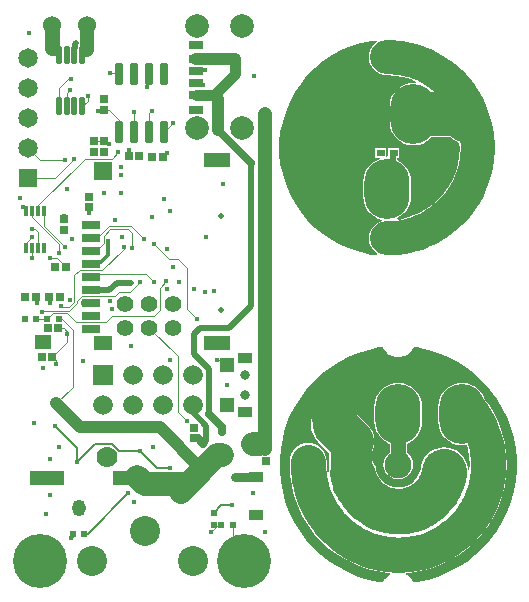
<source format=gtl>
G04*
G04 #@! TF.GenerationSoftware,Altium Limited,Altium Designer,20.0.13 (296)*
G04*
G04 Layer_Physical_Order=1*
G04 Layer_Color=255*
%FSLAX25Y25*%
%MOIN*%
G70*
G01*
G75*
%ADD10R,0.02559X0.02520*%
%ADD11R,0.04803X0.03583*%
%ADD12R,0.02362X0.01968*%
%ADD13R,0.01968X0.02362*%
%ADD14R,0.04724X0.03543*%
%ADD15R,0.05118X0.04724*%
G04:AMPARAMS|DCode=16|XSize=57.09mil|YSize=18.9mil|CornerRadius=2.36mil|HoleSize=0mil|Usage=FLASHONLY|Rotation=270.000|XOffset=0mil|YOffset=0mil|HoleType=Round|Shape=RoundedRectangle|*
%AMROUNDEDRECTD16*
21,1,0.05709,0.01417,0,0,270.0*
21,1,0.05236,0.01890,0,0,270.0*
1,1,0.00472,-0.00709,-0.02618*
1,1,0.00472,-0.00709,0.02618*
1,1,0.00472,0.00709,0.02618*
1,1,0.00472,0.00709,-0.02618*
%
%ADD16ROUNDEDRECTD16*%
%ADD17R,0.02264X0.02441*%
%ADD18R,0.01181X0.03347*%
G04:AMPARAMS|DCode=19|XSize=74.8mil|YSize=23.62mil|CornerRadius=2.95mil|HoleSize=0mil|Usage=FLASHONLY|Rotation=90.000|XOffset=0mil|YOffset=0mil|HoleType=Round|Shape=RoundedRectangle|*
%AMROUNDEDRECTD19*
21,1,0.07480,0.01772,0,0,90.0*
21,1,0.06890,0.02362,0,0,90.0*
1,1,0.00591,0.00886,0.03445*
1,1,0.00591,0.00886,-0.03445*
1,1,0.00591,-0.00886,-0.03445*
1,1,0.00591,-0.00886,0.03445*
%
%ADD19ROUNDEDRECTD19*%
%ADD20R,0.04724X0.02756*%
%ADD21R,0.04724X0.02992*%
%ADD22R,0.04724X0.03150*%
%ADD23R,0.02520X0.02559*%
%ADD24R,0.11420X0.04720*%
%ADD25R,0.06299X0.02756*%
%ADD26R,0.08661X0.04724*%
%ADD27R,0.05906X0.04724*%
%ADD28R,0.05906X0.06299*%
%ADD29C,0.00400*%
%ADD30C,0.04000*%
%ADD31C,0.08000*%
%ADD32C,0.02000*%
%ADD33C,0.02500*%
%ADD34C,0.00800*%
%ADD35C,0.03000*%
%ADD36C,0.01200*%
%ADD37C,0.05000*%
%ADD38C,0.04500*%
%ADD39C,0.03500*%
%ADD40C,0.06500*%
%ADD41C,0.07000*%
%ADD42C,0.11200*%
%ADD43O,0.15000X0.20000*%
%ADD44R,0.02756X0.02362*%
%ADD45C,0.14575*%
%ADD46C,0.15000*%
%ADD47C,0.11500*%
%ADD48C,0.01000*%
%ADD49C,0.13500*%
%ADD50O,0.04500X0.05500*%
%ADD51C,0.07000*%
%ADD52C,0.03150*%
%ADD53C,0.06000*%
%ADD54C,0.05512*%
%ADD55R,0.05300X0.04800*%
%ADD56R,0.06496X0.06496*%
%ADD57C,0.06496*%
%ADD58R,0.06555X0.06555*%
%ADD59C,0.06555*%
%ADD60C,0.07874*%
%ADD61C,0.18000*%
%ADD62C,0.10000*%
%ADD63C,0.01968*%
%ADD64C,0.01772*%
%ADD65C,0.09000*%
G36*
X643595Y578366D02*
X643510Y578321D01*
X642596Y577571D01*
X641846Y576657D01*
X641289Y575615D01*
X640946Y574484D01*
X640830Y573308D01*
X640946Y572131D01*
X641289Y571000D01*
X641846Y569958D01*
X642596Y569044D01*
X643510Y568295D01*
X644552Y567737D01*
X645683Y567394D01*
X646859Y567278D01*
Y567278D01*
X646876Y567295D01*
X649567Y567143D01*
X652242Y566689D01*
X654848Y565938D01*
X656597Y565214D01*
X656475Y564723D01*
X655621Y564807D01*
X654073Y564655D01*
X652584Y564203D01*
X651211Y563469D01*
X650008Y562482D01*
X649021Y561279D01*
X648287Y559907D01*
X647836Y558418D01*
X647683Y556869D01*
Y551869D01*
X647836Y550320D01*
X648287Y548831D01*
X649021Y547459D01*
X650008Y546256D01*
X651211Y545269D01*
X652584Y544535D01*
X654073Y544083D01*
X655621Y543931D01*
X657170Y544083D01*
X658659Y544535D01*
X660032Y545269D01*
X661235Y546256D01*
X661553Y546644D01*
X667977D01*
X669101Y545722D01*
X670436Y545008D01*
X670949Y544853D01*
X671047Y543108D01*
X670895Y540399D01*
X670441Y537725D01*
X669690Y535119D01*
X668652Y532613D01*
X667340Y530239D01*
X665770Y528026D01*
X663963Y526004D01*
X661940Y524196D01*
X659728Y522627D01*
X657354Y521315D01*
X654848Y520277D01*
X652242Y519526D01*
X650334Y519202D01*
X650170Y519681D01*
X651269Y520269D01*
X652472Y521256D01*
X653460Y522459D01*
X654193Y523831D01*
X654645Y525320D01*
X654797Y526869D01*
Y531869D01*
X654645Y533418D01*
X654193Y534907D01*
X653460Y536279D01*
X652472Y537482D01*
X651269Y538470D01*
X650074Y539108D01*
Y539877D01*
X650802D01*
Y543039D01*
X647247D01*
Y541415D01*
X647219Y541277D01*
X647219Y541277D01*
Y540635D01*
X646719Y540176D01*
X646538Y540192D01*
X646472Y540272D01*
Y543039D01*
X642916D01*
Y539877D01*
X644321D01*
X644395Y539377D01*
X643821Y539203D01*
X642449Y538470D01*
X641246Y537482D01*
X640259Y536279D01*
X639525Y534907D01*
X639073Y533418D01*
X638921Y531869D01*
Y526869D01*
X639073Y525320D01*
X639525Y523831D01*
X640259Y522459D01*
X641246Y521256D01*
X642449Y520269D01*
X643821Y519535D01*
X645068Y519157D01*
Y518634D01*
X644552Y518478D01*
X643510Y517920D01*
X642596Y517171D01*
X641846Y516257D01*
X641289Y515215D01*
X640946Y514084D01*
X640830Y512908D01*
X640946Y511731D01*
X641289Y510600D01*
X641846Y509558D01*
X642596Y508644D01*
X643510Y507895D01*
X643599Y507846D01*
X643451Y507359D01*
X641584Y507543D01*
X638123Y508231D01*
X634747Y509255D01*
X631487Y510605D01*
X628375Y512269D01*
X625442Y514229D01*
X622714Y516467D01*
X620220Y518962D01*
X617981Y521689D01*
X616021Y524623D01*
X614358Y527735D01*
X613008Y530994D01*
X611983Y534371D01*
X611295Y537831D01*
X610949Y541342D01*
Y544871D01*
X611295Y548382D01*
X611983Y551842D01*
X613008Y555219D01*
X614358Y558479D01*
X616021Y561590D01*
X617981Y564524D01*
X620220Y567251D01*
X622714Y569746D01*
X625442Y571984D01*
X628375Y573945D01*
X631487Y575608D01*
X634747Y576958D01*
X638123Y577982D01*
X641584Y578671D01*
X643447Y578854D01*
X643595Y578366D01*
D02*
G37*
G36*
X656912Y476569D02*
X660434Y475830D01*
X663874Y474774D01*
X667204Y473409D01*
X670396Y471748D01*
X673424Y469804D01*
X676264Y467594D01*
X678890Y465134D01*
X681283Y462446D01*
X683422Y459552D01*
X685289Y456476D01*
X686869Y453243D01*
X688149Y449880D01*
X689119Y446414D01*
X689769Y442875D01*
X690096Y439291D01*
Y435693D01*
X689769Y432109D01*
X689119Y428570D01*
X688149Y425104D01*
X686869Y421741D01*
X685289Y418508D01*
X683422Y415432D01*
X681283Y412538D01*
X678890Y409850D01*
X676264Y407391D01*
X673424Y405180D01*
X670396Y403236D01*
X667204Y401575D01*
X663874Y400211D01*
X660433Y399154D01*
X656912Y398415D01*
X655730Y398277D01*
X655725Y398292D01*
X655209Y399177D01*
X655154Y399240D01*
X655110Y399312D01*
X654422Y400072D01*
X654355Y400122D01*
X654298Y400183D01*
X653467Y400783D01*
X653391Y400818D01*
X653322Y400867D01*
X653185Y400928D01*
X653279Y401433D01*
X654092Y401473D01*
X657606Y401994D01*
X661051Y402857D01*
X664395Y404053D01*
X667606Y405572D01*
X670653Y407398D01*
X673505Y409514D01*
X676137Y411899D01*
X678523Y414531D01*
X680638Y417384D01*
X682465Y420431D01*
X683983Y423641D01*
X685180Y426986D01*
X686043Y430431D01*
X686564Y433945D01*
X686738Y437492D01*
X686564Y441040D01*
X686043Y444553D01*
X685180Y447999D01*
X683983Y451343D01*
X682465Y454554D01*
X680638Y457600D01*
X679447Y459207D01*
X679230Y459922D01*
X678496Y461295D01*
X677509Y462497D01*
X676306Y463485D01*
X674933Y464218D01*
X673444Y464670D01*
X671896Y464822D01*
X670347Y464670D01*
X668858Y464218D01*
X667486Y463485D01*
X666283Y462497D01*
X665295Y461295D01*
X664562Y459922D01*
X664110Y458433D01*
X663958Y456884D01*
Y451884D01*
X664110Y450336D01*
X664562Y448846D01*
X665295Y447474D01*
X666283Y446271D01*
X667486Y445284D01*
X668858Y444550D01*
X670347Y444099D01*
X671896Y443946D01*
X673410Y444095D01*
X673784Y442796D01*
X674232Y440161D01*
X674382Y437492D01*
X674288Y435810D01*
X673786Y435799D01*
X673679Y436884D01*
X673228Y438373D01*
X672494Y439745D01*
X671507Y440948D01*
X670304Y441935D01*
X668931Y442669D01*
X667442Y443121D01*
X665894Y443273D01*
X664345Y443121D01*
X662856Y442669D01*
X661483Y441935D01*
X660281Y440948D01*
X659293Y439745D01*
X658560Y438373D01*
X658120Y436922D01*
X658108Y436884D01*
X658028Y436440D01*
X657966Y435947D01*
X657554Y434589D01*
X656852Y433277D01*
X655909Y432128D01*
X654759Y431184D01*
X653448Y430483D01*
X652025Y430051D01*
X650545Y429906D01*
X649064Y430051D01*
X647641Y430483D01*
X646330Y431184D01*
X645180Y432128D01*
X644237Y433277D01*
X643536Y434589D01*
X643198Y435700D01*
X643088Y436177D01*
X643066Y436349D01*
X642974Y436652D01*
X642614Y437838D01*
X641880Y439211D01*
X641850Y439248D01*
Y442067D01*
X641999Y442346D01*
X642451Y443836D01*
X642603Y445384D01*
X642451Y446933D01*
X641999Y448422D01*
X641266Y449794D01*
X640278Y450997D01*
X634951Y456325D01*
X633748Y457312D01*
X632375Y458046D01*
X630886Y458497D01*
X629338Y458650D01*
X627789Y458497D01*
X626300Y458046D01*
X624928Y457312D01*
X623725Y456325D01*
X622737Y455122D01*
X622004Y453750D01*
X621552Y452260D01*
X621399Y450712D01*
X621552Y449163D01*
X622004Y447674D01*
X622737Y446302D01*
X623725Y445099D01*
X627481Y441342D01*
Y436210D01*
X627353Y434912D01*
X626851Y434922D01*
X626707Y437492D01*
X626754Y438323D01*
X626754Y438323D01*
X626743Y438539D01*
X626717Y438802D01*
X626717Y438802D01*
X626715Y438819D01*
X626624Y439745D01*
X626272Y440904D01*
X625701Y441972D01*
X624933Y442909D01*
X623996Y443677D01*
X622928Y444248D01*
X621768Y444600D01*
X620563Y444719D01*
X619357Y444600D01*
X618198Y444248D01*
X617130Y443677D01*
X616193Y442909D01*
X615424Y441972D01*
X614853Y440904D01*
X614502Y439745D01*
X614404Y438754D01*
X614404D01*
X614412Y438745D01*
X614351Y437492D01*
X614525Y433945D01*
X615046Y430431D01*
X615909Y426986D01*
X617106Y423641D01*
X618625Y420431D01*
X620451Y417384D01*
X622567Y414531D01*
X624952Y411899D01*
X627584Y409514D01*
X630437Y407398D01*
X633483Y405572D01*
X636694Y404053D01*
X640038Y402857D01*
X643483Y401994D01*
X646997Y401473D01*
X647810Y401433D01*
X647904Y400928D01*
X647767Y400867D01*
X647698Y400818D01*
X647622Y400783D01*
X646792Y400183D01*
X646734Y400122D01*
X646667Y400072D01*
X645979Y399312D01*
X645936Y399240D01*
X645880Y399177D01*
X645364Y398292D01*
X645359Y398277D01*
X644177Y398415D01*
X640656Y399154D01*
X637216Y400211D01*
X633886Y401575D01*
X630693Y403236D01*
X627665Y405180D01*
X624826Y407391D01*
X622199Y409850D01*
X619806Y412538D01*
X617667Y415432D01*
X615800Y418508D01*
X614220Y421741D01*
X612940Y425104D01*
X611971Y428570D01*
X611320Y432109D01*
X610993Y435693D01*
Y439291D01*
X611320Y442875D01*
X611971Y446414D01*
X612940Y449880D01*
X614220Y453243D01*
X615800Y456476D01*
X617667Y459552D01*
X619806Y462446D01*
X622199Y465134D01*
X624826Y467594D01*
X627665Y469804D01*
X630693Y471748D01*
X633886Y473409D01*
X637216Y474774D01*
X640656Y475830D01*
X644177Y476569D01*
X645359Y476707D01*
X645364Y476693D01*
X645880Y475807D01*
X645936Y475744D01*
X645979Y475672D01*
X646667Y474913D01*
X646734Y474863D01*
X646792Y474801D01*
X647622Y474201D01*
X647698Y474166D01*
X647767Y474117D01*
X648704Y473702D01*
X648786Y473684D01*
X648863Y473651D01*
X649866Y473438D01*
X649950Y473437D01*
X650032Y473421D01*
X651057D01*
X651139Y473437D01*
X651223Y473438D01*
X652226Y473651D01*
X652303Y473684D01*
X652385Y473702D01*
X653322Y474117D01*
X653391Y474166D01*
X653467Y474201D01*
X654298Y474801D01*
X654355Y474863D01*
X654422Y474913D01*
X655110Y475672D01*
X655154Y475744D01*
X655209Y475807D01*
X655725Y476693D01*
X655730Y476707D01*
X656912Y476569D01*
D02*
G37*
%LPC*%
G36*
X650565Y464822D02*
X649017Y464670D01*
X647527Y464218D01*
X646155Y463485D01*
X644952Y462497D01*
X643965Y461295D01*
X643231Y459922D01*
X642779Y458433D01*
X642627Y456884D01*
Y451884D01*
X642779Y450336D01*
X643231Y448846D01*
X643965Y447474D01*
X644952Y446271D01*
X646155Y445284D01*
X647527Y444550D01*
X647640Y444516D01*
Y441445D01*
X647071Y441008D01*
X646285Y439984D01*
X645791Y438792D01*
X645623Y437513D01*
X645791Y436234D01*
X646285Y435042D01*
X647071Y434018D01*
X648094Y433233D01*
X649286Y432739D01*
X650565Y432571D01*
X651844Y432739D01*
X653036Y433233D01*
X654060Y434018D01*
X654845Y435042D01*
X655339Y436234D01*
X655508Y437513D01*
X655339Y438792D01*
X654845Y439984D01*
X654060Y441008D01*
X653490Y441445D01*
Y444516D01*
X653603Y444550D01*
X654976Y445284D01*
X656178Y446271D01*
X657166Y447474D01*
X657899Y448846D01*
X658351Y450336D01*
X658503Y451884D01*
Y456884D01*
X658351Y458433D01*
X657899Y459922D01*
X657166Y461295D01*
X656178Y462497D01*
X654976Y463485D01*
X653603Y464218D01*
X652114Y464670D01*
X650565Y464822D01*
D02*
G37*
%LPD*%
D10*
X537772Y493500D02*
D03*
X534228D02*
D03*
X529772D02*
D03*
X526228D02*
D03*
X537272Y483000D02*
D03*
X533728D02*
D03*
X539772Y503500D02*
D03*
X536228D02*
D03*
X531728Y473500D02*
D03*
X535272D02*
D03*
X564272Y540500D02*
D03*
X560728D02*
D03*
X568457Y540000D02*
D03*
X572000D02*
D03*
D11*
X603000Y433500D02*
D03*
Y420626D02*
D03*
D12*
X542000Y414500D02*
D03*
X545937Y414500D02*
D03*
X591532Y417500D02*
D03*
X595469D02*
D03*
X529937Y486000D02*
D03*
X526000D02*
D03*
X533532Y486000D02*
D03*
X537468D02*
D03*
D13*
X589000Y417531D02*
D03*
Y421468D02*
D03*
D14*
X599551Y473055D02*
D03*
Y454945D02*
D03*
D15*
X593449Y470594D02*
D03*
Y457405D02*
D03*
D16*
X537441Y574000D02*
D03*
X540000D02*
D03*
X542559D02*
D03*
X545118D02*
D03*
Y556992D02*
D03*
X542559D02*
D03*
X540000D02*
D03*
X537441D02*
D03*
D17*
X601177Y444500D02*
D03*
X591823Y440760D02*
D03*
Y448240D02*
D03*
D18*
X526547Y522201D02*
D03*
X528516D02*
D03*
X530484D02*
D03*
X532453D02*
D03*
Y509799D02*
D03*
X530484D02*
D03*
X528516D02*
D03*
X526547D02*
D03*
D19*
X557500Y567665D02*
D03*
X562500D02*
D03*
X567500D02*
D03*
X572500D02*
D03*
Y548335D02*
D03*
X567500D02*
D03*
X562500D02*
D03*
X557500D02*
D03*
D20*
X583000Y564705D02*
D03*
Y568642D02*
D03*
D21*
Y572657D02*
D03*
Y560689D02*
D03*
D22*
Y577500D02*
D03*
Y555847D02*
D03*
D23*
X582500Y446228D02*
D03*
Y449772D02*
D03*
X606500Y442272D02*
D03*
Y438728D02*
D03*
X552500Y559272D02*
D03*
Y555728D02*
D03*
X549000Y545272D02*
D03*
Y541728D02*
D03*
X547500Y526772D02*
D03*
Y523228D02*
D03*
X552500Y545272D02*
D03*
Y541728D02*
D03*
X539000Y515728D02*
D03*
Y519272D02*
D03*
D24*
X533500Y433000D02*
D03*
X561060D02*
D03*
D25*
X548268Y482701D02*
D03*
Y487032D02*
D03*
Y491362D02*
D03*
Y495693D02*
D03*
Y500024D02*
D03*
Y504354D02*
D03*
Y508685D02*
D03*
Y513016D02*
D03*
Y517346D02*
D03*
D26*
X590000Y539000D02*
D03*
Y477976D02*
D03*
D27*
X552205D02*
D03*
D28*
Y535457D02*
D03*
D29*
X528500Y516000D02*
X529500D01*
X526547Y511547D02*
X528500Y513500D01*
X529500Y516000D02*
X530484Y515016D01*
X526547Y509799D02*
Y511547D01*
X560728Y540500D02*
Y542272D01*
X530484Y523984D02*
X545981Y539481D01*
X554981D02*
X557111Y541612D01*
X545981Y539481D02*
X554981D01*
X536000Y533000D02*
X542500Y539500D01*
X539000Y520272D02*
X540000Y519272D01*
X539000Y483000D02*
X540500Y481500D01*
X587968Y415000D02*
X590469Y417500D01*
X537414Y489914D02*
X540914D01*
X569000Y511000D02*
X574000Y506000D01*
X577000D01*
X580000Y503000D01*
Y489500D02*
Y503000D01*
Y489500D02*
X583500Y486000D01*
X561000Y495000D02*
X564500Y498500D01*
X557500Y495000D02*
X561000D01*
X556086Y493586D02*
X557500Y495000D01*
X545086Y493586D02*
X556086D01*
X582500Y446228D02*
X583772D01*
X582000Y455000D02*
Y457500D01*
X536500Y458000D02*
X542000Y463500D01*
Y482500D01*
X538500Y486000D02*
X542000Y482500D01*
X537468Y486000D02*
X538500D01*
X543500Y492000D02*
X545086Y493586D01*
X543500Y491369D02*
Y492000D01*
X566500Y501000D02*
X569000Y498500D01*
X549244Y501000D02*
X566500D01*
X548268Y500024D02*
X549244Y501000D01*
X544376Y502376D02*
X551876D01*
X542586Y500586D02*
X544376Y502376D01*
X551876D02*
X559000Y509500D01*
X542586Y491586D02*
Y500586D01*
X540931Y488800D02*
X543500Y491369D01*
X532205Y488800D02*
X540931D01*
X531734Y488328D02*
X532205Y488800D01*
X540000Y488000D02*
X543000Y485000D01*
X535532Y488000D02*
X540000D01*
X533532Y486000D02*
X535532Y488000D01*
X531734Y488234D02*
Y488328D01*
X537414Y489914D02*
X538000Y490500D01*
X534228Y491772D02*
X534500Y491500D01*
X529772Y491728D02*
X530000Y491500D01*
X559000Y509500D02*
Y510000D01*
X540914Y489914D02*
X542586Y491586D01*
X534228Y491772D02*
Y493500D01*
X529772Y491728D02*
Y493500D01*
X555000Y487000D02*
X569000D01*
X553000Y485000D02*
X555000Y487000D01*
X543000Y485000D02*
X553000D01*
X569000Y487000D02*
X571000Y489000D01*
Y496500D01*
X573086Y498586D01*
X548913Y505000D02*
X551500D01*
X548268Y504354D02*
X548913Y505000D01*
X552371Y513871D02*
X554500Y516000D01*
X552371Y511371D02*
Y513871D01*
X549685Y508685D02*
X552371Y511371D01*
X561685Y509685D02*
Y514815D01*
X560500Y516000D02*
X561685Y514815D01*
X554500Y516000D02*
X560500D01*
X548268Y508685D02*
X549685D01*
X561535Y517000D02*
X565768Y512768D01*
X554000Y517000D02*
X561535D01*
X550016Y513016D02*
X554000Y517000D01*
X548268Y513016D02*
X550016D01*
X562500Y548335D02*
Y555000D01*
X550500Y555500D02*
X550728Y555728D01*
X552500D01*
X540500Y566000D02*
X541500D01*
X537441Y562941D02*
X540500Y566000D01*
X537441Y556992D02*
Y562941D01*
X540000Y561500D02*
X541000Y562500D01*
X557165Y568000D02*
X557500Y567665D01*
X554500Y568000D02*
X557165D01*
X540000Y556992D02*
Y561500D01*
X545118Y556992D02*
X547000Y558874D01*
Y560500D01*
X572000Y540000D02*
X573500Y541500D01*
X530484Y522201D02*
Y523984D01*
X547500Y521500D02*
Y523228D01*
X525500Y523248D02*
X526547Y522201D01*
X567500Y483063D02*
X577000Y473563D01*
Y455000D02*
Y473563D01*
Y455000D02*
X580000Y452000D01*
X537500Y508000D02*
Y511000D01*
X528516Y519984D02*
X537500Y511000D01*
X532453Y517179D02*
X539500Y510131D01*
X532453Y517179D02*
Y522201D01*
X528516Y519984D02*
Y522201D01*
X591543Y472500D02*
X593449Y470594D01*
X590000Y472500D02*
X591543D01*
X552500Y555728D02*
X554000D01*
X534554Y506414D02*
X536858D01*
X534500Y506468D02*
X534554Y506414D01*
X536858D02*
X539772Y503500D01*
X528516Y506516D02*
Y509799D01*
X530484D02*
Y515016D01*
X531000Y539000D02*
X539500D01*
X527000Y543000D02*
X531000Y539000D01*
X527000Y533000D02*
X536000D01*
X572500Y548335D02*
X575500Y551335D01*
X567500Y548335D02*
Y554563D01*
X568469Y555532D01*
X567500Y564272D02*
Y567665D01*
X566728Y563500D02*
X567500Y564272D01*
X549000Y545272D02*
X552500D01*
X553272Y544500D01*
X554000D01*
X540011Y478240D02*
Y481011D01*
X535272Y473500D02*
X540011Y478240D01*
X606000Y442772D02*
X606500Y442272D01*
X604272Y444500D02*
X606000Y442772D01*
X585500Y564000D02*
X585500Y564000D01*
X583000Y568642D02*
X583358Y569000D01*
X586031D01*
X545362Y491362D02*
X548268D01*
X540011Y481011D02*
X540500Y481500D01*
X537272Y483000D02*
X539000D01*
X533532Y486000D02*
X533532Y486000D01*
X529937Y486000D02*
X533532D01*
X536500Y471000D02*
Y472272D01*
X535272Y473500D02*
X536500Y472272D01*
X557500Y548335D02*
Y552228D01*
X554000Y555728D02*
X557500Y552228D01*
X590469Y417500D02*
X591532D01*
X595469Y409031D02*
Y417500D01*
D30*
X559506Y433498D02*
X563498D01*
X590500Y549000D02*
Y559378D01*
X583000Y572657D02*
X596158D01*
X536500Y458000D02*
X544500Y450000D01*
X571000D01*
X585250Y435750D01*
D31*
X565996Y431000D02*
X578000D01*
X602000Y444500D02*
X604272D01*
X590260Y440760D02*
X591823D01*
X585250Y435750D02*
X590260Y440760D01*
X578000Y428500D02*
X585250Y435750D01*
X563498Y433498D02*
X565996Y431000D01*
D32*
X556700Y498200D02*
X561500D01*
X554193Y495693D02*
X556700Y498200D01*
X548268Y495693D02*
X554193D01*
X582000Y455000D02*
X586500Y450500D01*
Y445500D02*
Y450500D01*
X585500Y444500D02*
X586500Y445500D01*
X587500Y454500D02*
Y469500D01*
X535000Y576441D02*
X537441Y574000D01*
X545118D02*
X546811Y575693D01*
X601500Y508000D02*
Y538000D01*
X589189Y560689D02*
X590500Y559378D01*
X594000Y483000D02*
X601500Y490500D01*
Y508000D01*
X584500Y483000D02*
X594000D01*
X582500Y481000D02*
X584500Y483000D01*
X582500Y474500D02*
Y481000D01*
Y474500D02*
X587500Y469500D01*
X542773Y576500D02*
Y577773D01*
X543000Y578000D01*
X646859Y529369D02*
X648646Y531156D01*
Y541277D01*
X648828Y541458D01*
X649024D01*
D33*
X583772Y446228D02*
X585500Y444500D01*
X591823Y448240D02*
Y450177D01*
X587500Y454500D02*
X591823Y450177D01*
X590500Y549000D02*
X601500Y538000D01*
D34*
X542000Y413500D02*
Y414500D01*
X541500Y413000D02*
X542000Y413500D01*
X564500Y442000D02*
X570000Y436500D01*
X557479Y442000D02*
X564500D01*
X591532Y424000D02*
X595000D01*
X589000Y421468D02*
X591532Y424000D01*
X570000Y436500D02*
X574500D01*
X543500Y438500D02*
Y443000D01*
X536000Y450500D02*
X543500Y443000D01*
X555155Y444324D02*
X557479Y442000D01*
X549324Y444324D02*
X555155D01*
X543500Y438500D02*
X549324Y444324D01*
X545937Y414500D02*
X547000D01*
X560500Y428000D01*
D35*
X596000Y433500D02*
X603000D01*
D36*
X553957Y507457D02*
Y511957D01*
X551500Y505000D02*
X553957Y507457D01*
D37*
X535000Y576441D02*
Y584000D01*
X650565Y437513D02*
Y454384D01*
D38*
X546811Y575693D02*
Y584000D01*
X606000Y442772D02*
Y554500D01*
D39*
X583000Y560689D02*
X589000D01*
X596158Y567658D02*
Y572657D01*
X589189Y560689D02*
X596158Y567658D01*
D40*
X595469Y409031D02*
X599000Y405500D01*
D41*
X578000Y428500D02*
Y431000D01*
D42*
X646859Y512908D02*
X647858Y512924D01*
X648855Y512973D01*
X649850Y513056D01*
X650842Y513171D01*
X651830Y513319D01*
X652812Y513500D01*
X653788Y513713D01*
X654756Y513958D01*
X655715Y514235D01*
X656665Y514544D01*
X657604Y514884D01*
X658532Y515254D01*
X659446Y515656D01*
X660347Y516087D01*
X661233Y516547D01*
X662103Y517037D01*
X662957Y517556D01*
X663793Y518102D01*
X664610Y518675D01*
X665408Y519276D01*
X666186Y519902D01*
X666943Y520554D01*
X667678Y521230D01*
X668390Y521930D01*
X669078Y522654D01*
X669742Y523399D01*
X670381Y524167D01*
X670995Y524955D01*
X671582Y525763D01*
X672142Y526590D01*
X672674Y527435D01*
X673178Y528297D01*
X673653Y529175D01*
X674099Y530069D01*
X674515Y530976D01*
X674901Y531897D01*
X675257Y532831D01*
X675581Y533775D01*
X675874Y534730D01*
X676135Y535694D01*
X676364Y536666D01*
X676561Y537645D01*
X676725Y538630D01*
X676857Y539620D01*
X676956Y540614D01*
X677022Y541610D01*
X677055Y542608D01*
X677055Y543607D01*
X677022Y544605D01*
X676956Y545602D01*
X676857Y546595D01*
X676725Y547585D01*
X676561Y548570D01*
X676364Y549549D01*
X676135Y550521D01*
X675874Y551485D01*
X675581Y552440D01*
X675257Y553385D01*
X674901Y554318D01*
X674515Y555239D01*
X674099Y556147D01*
X673653Y557040D01*
X673178Y557919D01*
X672674Y558781D01*
X672141Y559626D01*
X671581Y560453D01*
X670994Y561260D01*
X670381Y562048D01*
X669742Y562816D01*
X669078Y563562D01*
X668389Y564285D01*
X667677Y564985D01*
X666943Y565662D01*
X666186Y566313D01*
X665408Y566940D01*
X664610Y567540D01*
X663793Y568114D01*
X662956Y568660D01*
X662103Y569178D01*
X661232Y569668D01*
X660346Y570128D01*
X659446Y570560D01*
X658531Y570961D01*
X657604Y571332D01*
X656665Y571671D01*
X655715Y571980D01*
X654755Y572257D01*
X653787Y572502D01*
X652812Y572715D01*
X651829Y572896D01*
X650842Y573044D01*
X649850Y573159D01*
X648855Y573242D01*
X647857Y573291D01*
X646859Y573308D01*
D43*
X638121Y554369D02*
D03*
X646859Y529369D02*
D03*
X655621Y554369D02*
D03*
X629338Y454384D02*
D03*
X671896D02*
D03*
X650565D02*
D03*
D44*
X649024Y541458D02*
D03*
X644694D02*
D03*
D45*
X655621Y554369D02*
X671168D01*
X673392Y552145D01*
X655621Y554369D02*
Y554812D01*
X655818Y555008D01*
D46*
X635280Y434800D02*
X635484Y433826D01*
X635751Y432866D01*
X636079Y431926D01*
X636466Y431008D01*
X636911Y430118D01*
X637413Y429257D01*
X637969Y428431D01*
X638577Y427642D01*
X639234Y426894D01*
X639938Y426190D01*
X640685Y425532D01*
X641474Y424924D01*
X642300Y424367D01*
X643159Y423865D01*
X644050Y423418D01*
X644967Y423030D01*
X645907Y422702D01*
X646866Y422435D01*
X647841Y422230D01*
X648827Y422088D01*
X649819Y422009D01*
X650815Y421994D01*
X651810Y422044D01*
X652799Y422157D01*
X653779Y422333D01*
X654746Y422572D01*
X655695Y422873D01*
X656624Y423234D01*
X657527Y423654D01*
X658401Y424131D01*
X659243Y424663D01*
X660048Y425248D01*
X660815Y425883D01*
X661540Y426567D01*
X662218Y427295D01*
X662849Y428066D01*
X663429Y428876D01*
X663956Y429721D01*
X664427Y430598D01*
X664841Y431504D01*
X665196Y432434D01*
X665491Y433386D01*
X665724Y434354D01*
X665894Y435335D01*
X629338Y450712D02*
X634665Y445384D01*
D47*
X620563Y438539D02*
X620545Y437537D01*
X620560Y436535D01*
X620609Y435534D01*
X620691Y434536D01*
X620806Y433540D01*
X620955Y432550D01*
X621136Y431564D01*
X621350Y430585D01*
X621597Y429614D01*
X621877Y428652D01*
X622188Y427700D01*
X622531Y426758D01*
X622905Y425828D01*
X623310Y424912D01*
X623745Y424009D01*
X624210Y423122D01*
X624705Y422250D01*
X625228Y421396D01*
X625780Y420560D01*
X626359Y419742D01*
X626966Y418944D01*
X627598Y418167D01*
X628256Y417412D01*
X628939Y416678D01*
X629646Y415969D01*
X630377Y415282D01*
X631130Y414621D01*
X631904Y413986D01*
X632700Y413376D01*
X633515Y412794D01*
X634349Y412239D01*
X635202Y411712D01*
X636071Y411214D01*
X636957Y410746D01*
X637858Y410307D01*
X638773Y409898D01*
X639701Y409520D01*
X640641Y409174D01*
X641592Y408859D01*
X642553Y408576D01*
X643524Y408325D01*
X644501Y408107D01*
X645486Y407922D01*
X646477Y407769D01*
X647471Y407650D01*
X648470Y407564D01*
X649470Y407511D01*
X650472Y407492D01*
X651474Y407507D01*
X652475Y407554D01*
X653474Y407635D01*
X654469Y407750D01*
X655460Y407898D01*
X656446Y408078D01*
X657425Y408292D01*
X658396Y408538D01*
X659359Y408816D01*
X660311Y409127D01*
X661253Y409469D01*
X662183Y409842D01*
X663100Y410246D01*
X664003Y410680D01*
X664891Y411145D01*
X665763Y411638D01*
X666618Y412161D01*
X667455Y412712D01*
X668273Y413291D01*
X669071Y413896D01*
X669849Y414528D01*
X670605Y415185D01*
X671339Y415868D01*
X672049Y416574D01*
X672736Y417304D01*
X673398Y418057D01*
X674034Y418831D01*
X674644Y419626D01*
X675227Y420440D01*
X675783Y421274D01*
X676310Y422126D01*
X676809Y422995D01*
X677279Y423880D01*
X677718Y424781D01*
X678128Y425695D01*
X678506Y426623D01*
X678854Y427563D01*
X679170Y428514D01*
X679453Y429475D01*
X679705Y430445D01*
X679924Y431422D01*
X680110Y432407D01*
X680264Y433397D01*
X680384Y434392D01*
X680471Y435390D01*
X680524Y436391D01*
X680544Y437393D01*
X680531Y438394D01*
X680484Y439395D01*
X680404Y440394D01*
X680290Y441390D01*
X680143Y442381D01*
X679964Y443367D01*
X679751Y444346D01*
X679506Y445317D01*
X679228Y446280D01*
X678919Y447233D01*
X678578Y448175D01*
X678205Y449106D01*
X677802Y450023D01*
X677368Y450926D01*
X676905Y451815D01*
X676412Y452687D01*
X675890Y453542D01*
X675340Y454380D01*
X674762Y455198D01*
X674157Y455997D01*
X673526Y456776D01*
D48*
X634665Y435415D02*
X635280Y434800D01*
X629338Y450712D02*
Y454384D01*
X650545Y437492D02*
X650565Y437513D01*
D49*
X634665Y435415D02*
Y445384D01*
D50*
X544000Y423000D02*
D03*
D51*
X553374Y440024D02*
D03*
D52*
X599551Y467346D02*
D03*
Y460654D02*
D03*
D53*
X546811Y584000D02*
D03*
X535000D02*
D03*
D54*
X559626Y483126D02*
D03*
X567500Y483063D02*
D03*
X575374D02*
D03*
Y491000D02*
D03*
X567500D02*
D03*
X559626D02*
D03*
D55*
X532000Y478500D02*
D03*
D56*
X527000Y533000D02*
D03*
D57*
Y543000D02*
D03*
Y553000D02*
D03*
Y563000D02*
D03*
Y573000D02*
D03*
D58*
X552000Y467500D02*
D03*
D59*
X562000D02*
D03*
X572000D02*
D03*
X582000D02*
D03*
X552000Y457500D02*
D03*
X562000D02*
D03*
X572000D02*
D03*
X582000D02*
D03*
D60*
X598551Y549665D02*
D03*
Y583681D02*
D03*
X583591D02*
D03*
Y549665D02*
D03*
D61*
X599000Y405500D02*
D03*
X531000D02*
D03*
D62*
X566000Y415500D02*
D03*
X548500Y405500D02*
D03*
X582000D02*
D03*
D63*
X591575Y489000D02*
D03*
Y520496D02*
D03*
D64*
X539963Y529537D02*
D03*
X528500Y516000D02*
D03*
Y513500D02*
D03*
X558251Y534056D02*
D03*
X558231Y536830D02*
D03*
X560728Y542272D02*
D03*
X557111Y541612D02*
D03*
X558500Y513500D02*
D03*
X532000Y469586D02*
D03*
X552500Y528000D02*
D03*
X573500Y509500D02*
D03*
X569000Y511000D02*
D03*
X583500Y486000D02*
D03*
X602134Y428134D02*
D03*
X561500Y498200D02*
D03*
X527500Y581500D02*
D03*
X602500Y567000D02*
D03*
X558000Y528000D02*
D03*
X592000Y531000D02*
D03*
X593500Y464000D02*
D03*
X606000Y415000D02*
D03*
X529000Y451500D02*
D03*
X545500Y472000D02*
D03*
X586500Y513500D02*
D03*
X575500Y503500D02*
D03*
X524500Y526500D02*
D03*
X574500Y472500D02*
D03*
X541500Y413000D02*
D03*
X533000Y421000D02*
D03*
X534500Y427500D02*
D03*
Y439500D02*
D03*
X574532Y522031D02*
D03*
X596000Y433500D02*
D03*
X564500Y498500D02*
D03*
X531734Y488328D02*
D03*
X538000Y490500D02*
D03*
X534500Y491500D02*
D03*
X530000D02*
D03*
X559000Y510000D02*
D03*
X541000Y492531D02*
D03*
X554500Y492000D02*
D03*
X555000Y489500D02*
D03*
X561531Y476968D02*
D03*
X569000Y498500D02*
D03*
X553957Y511957D02*
D03*
X561685Y509685D02*
D03*
X565768Y512768D02*
D03*
X568469Y520031D02*
D03*
X562500Y555000D02*
D03*
X550500Y555500D02*
D03*
X541500Y566000D02*
D03*
X541000Y562500D02*
D03*
X554500Y568000D02*
D03*
X547000Y560500D02*
D03*
X573500Y541500D02*
D03*
X573086Y498586D02*
D03*
X572532Y525969D02*
D03*
X586000Y495000D02*
D03*
X589000Y495500D02*
D03*
X573500Y496000D02*
D03*
X547500Y521500D02*
D03*
X525500Y523248D02*
D03*
X541926Y512574D02*
D03*
X580000Y452000D02*
D03*
X539500Y510131D02*
D03*
X590000Y472500D02*
D03*
X537500Y508000D02*
D03*
X534500Y506468D02*
D03*
X528516Y506516D02*
D03*
X542500Y539500D02*
D03*
X539500Y539000D02*
D03*
X575500Y551335D02*
D03*
X568469Y555532D02*
D03*
X566728Y563500D02*
D03*
X554000Y544500D02*
D03*
X568838Y443500D02*
D03*
X564500Y442000D02*
D03*
X602000Y442500D02*
D03*
X606000Y554500D02*
D03*
X596158Y572657D02*
D03*
X585500Y564000D02*
D03*
X586031Y569000D02*
D03*
X577500Y498500D02*
D03*
X582500Y496000D02*
D03*
X545362Y491362D02*
D03*
X540011Y481011D02*
D03*
X556000Y519000D02*
D03*
X562532Y425000D02*
D03*
X536500Y471000D02*
D03*
X539000Y520272D02*
D03*
X585500Y444500D02*
D03*
X601500Y508000D02*
D03*
X595000Y424000D02*
D03*
X587968Y415000D02*
D03*
X543000Y578000D02*
D03*
X536500Y458000D02*
D03*
X574500Y436500D02*
D03*
X536000Y450500D02*
D03*
X543500Y438500D02*
D03*
X537500Y443500D02*
D03*
X578000Y428500D02*
D03*
X560500Y428000D02*
D03*
X653121Y571369D02*
D03*
X659621Y567369D02*
D03*
X646859Y514621D02*
D03*
Y508923D02*
D03*
X650621Y516869D02*
D03*
X652621Y511369D02*
D03*
X655621Y518369D02*
D03*
X658121Y513369D02*
D03*
X660621Y520369D02*
D03*
X664121Y515869D02*
D03*
X665621Y523369D02*
D03*
X670121Y520369D02*
D03*
Y528369D02*
D03*
X675121Y526369D02*
D03*
X673621Y533869D02*
D03*
X678121Y532869D02*
D03*
X674121Y540369D02*
D03*
X680121Y539869D02*
D03*
X674621Y546369D02*
D03*
X680621Y547369D02*
D03*
X672280Y553257D02*
D03*
X678621Y554369D02*
D03*
X669121Y558869D02*
D03*
X674621Y561369D02*
D03*
X665121Y563369D02*
D03*
X668121Y567869D02*
D03*
X660621Y573869D02*
D03*
X653621Y576369D02*
D03*
X646859Y571040D02*
D03*
Y576528D02*
D03*
X635796Y543108D02*
D03*
X627621Y549369D02*
D03*
X630121Y555369D02*
D03*
X636621Y560869D02*
D03*
X643121Y563869D02*
D03*
X645621Y557369D02*
D03*
X642121Y556369D02*
D03*
X638121Y554369D02*
D03*
X634121Y551369D02*
D03*
X631621Y547869D02*
D03*
X633121Y530369D02*
D03*
X635621Y534869D02*
D03*
X628121Y536369D02*
D03*
X632621Y537869D02*
D03*
X626768Y543108D02*
D03*
X630811D02*
D03*
X644694Y541458D02*
D03*
D65*
X650565Y437513D02*
D03*
X662108Y409576D02*
D03*
X650545Y407276D02*
D03*
X638981Y409576D02*
D03*
X629178Y416126D02*
D03*
X622628Y425929D02*
D03*
X620328Y437492D02*
D03*
X680761D02*
D03*
X678461Y425929D02*
D03*
X671911Y416126D02*
D03*
X663734Y437492D02*
D03*
X659871Y428166D02*
D03*
X650545Y424303D02*
D03*
X643388Y420215D02*
D03*
X637356Y437492D02*
D03*
X667822Y430336D02*
D03*
X657701Y420215D02*
D03*
X641219Y428166D02*
D03*
X633267Y430336D02*
D03*
M02*

</source>
